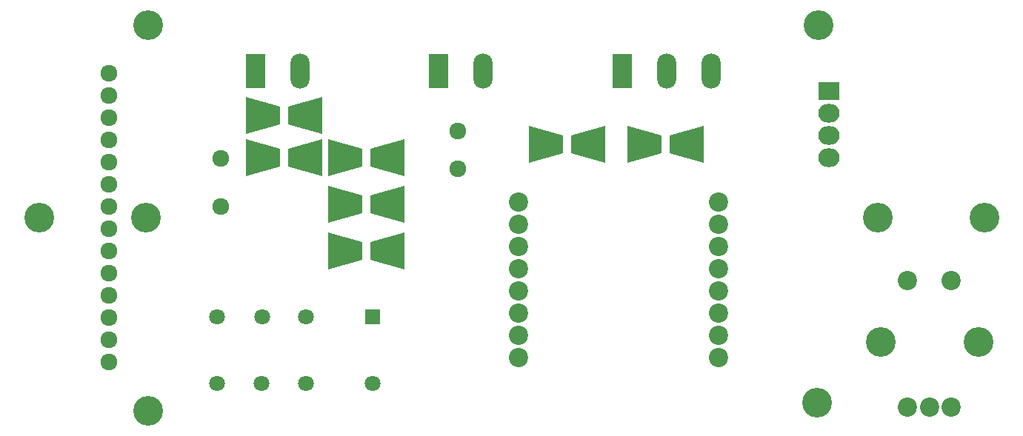
<source format=gbr>
G04 #@! TF.FileFunction,Soldermask,Top*
%FSLAX46Y46*%
G04 Gerber Fmt 4.6, Leading zero omitted, Abs format (unit mm)*
G04 Created by KiCad (PCBNEW 4.0.7) date 06/30/19 20:04:18*
%MOMM*%
%LPD*%
G01*
G04 APERTURE LIST*
%ADD10C,0.100000*%
%ADD11C,3.400000*%
%ADD12R,2.432000X2.127200*%
%ADD13O,2.432000X2.127200*%
%ADD14C,2.200000*%
%ADD15C,1.924000*%
%ADD16R,2.200000X4.000000*%
%ADD17O,2.200000X4.000000*%
%ADD18R,1.800000X1.800000*%
%ADD19C,1.800000*%
G04 APERTURE END LIST*
D10*
D11*
X176022000Y-91567000D03*
X182940000Y-70380000D03*
X176149000Y-48387000D03*
X99568000Y-48387000D03*
X99568000Y-92456000D03*
X87094000Y-70378000D03*
X195094000Y-70378000D03*
D12*
X177340000Y-55900000D03*
D13*
X177340000Y-58440000D03*
X177340000Y-60980000D03*
X177340000Y-63520000D03*
D14*
X141840000Y-68600000D03*
X141840000Y-71140000D03*
X141840000Y-73680000D03*
X141840000Y-76220000D03*
X141840000Y-78760000D03*
X141840000Y-81300000D03*
X141840000Y-83840000D03*
X141840000Y-86380000D03*
X164700000Y-86380000D03*
X164700000Y-83840000D03*
X164700000Y-81300000D03*
X164700000Y-78760000D03*
X164700000Y-76220000D03*
X164700000Y-73680000D03*
X164700000Y-71140000D03*
X164700000Y-68600000D03*
D11*
X99314000Y-70358000D03*
D15*
X107818000Y-63592000D03*
X107818000Y-69132000D03*
X134908000Y-60497000D03*
X134908000Y-64817000D03*
D16*
X132760000Y-53580000D03*
D17*
X137840000Y-53580000D03*
D10*
G36*
X163016060Y-59830550D02*
X163016060Y-64129450D01*
X159115940Y-63029630D01*
X159115940Y-60930370D01*
X163016060Y-59830550D01*
X163016060Y-59830550D01*
G37*
G36*
X154289940Y-64129450D02*
X154289940Y-59830550D01*
X158190060Y-60930370D01*
X158190060Y-63029630D01*
X154289940Y-64129450D01*
X154289940Y-64129450D01*
G37*
G36*
X128823060Y-66684550D02*
X128823060Y-70983450D01*
X124922940Y-69883630D01*
X124922940Y-67784370D01*
X128823060Y-66684550D01*
X128823060Y-66684550D01*
G37*
G36*
X120096940Y-70983450D02*
X120096940Y-66684550D01*
X123997060Y-67784370D01*
X123997060Y-69883630D01*
X120096940Y-70983450D01*
X120096940Y-70983450D01*
G37*
G36*
X151816060Y-59830550D02*
X151816060Y-64129450D01*
X147915940Y-63029630D01*
X147915940Y-60930370D01*
X151816060Y-59830550D01*
X151816060Y-59830550D01*
G37*
G36*
X143089940Y-64129450D02*
X143089940Y-59830550D01*
X146990060Y-60930370D01*
X146990060Y-63029630D01*
X143089940Y-64129450D01*
X143089940Y-64129450D01*
G37*
G36*
X128823060Y-72018550D02*
X128823060Y-76317450D01*
X124922940Y-75217630D01*
X124922940Y-73118370D01*
X128823060Y-72018550D01*
X128823060Y-72018550D01*
G37*
G36*
X120096940Y-76317450D02*
X120096940Y-72018550D01*
X123997060Y-73118370D01*
X123997060Y-75217630D01*
X120096940Y-76317450D01*
X120096940Y-76317450D01*
G37*
G36*
X128823060Y-61350550D02*
X128823060Y-65649450D01*
X124922940Y-64549630D01*
X124922940Y-62450370D01*
X128823060Y-61350550D01*
X128823060Y-61350550D01*
G37*
G36*
X120096940Y-65649450D02*
X120096940Y-61350550D01*
X123997060Y-62450370D01*
X123997060Y-64549630D01*
X120096940Y-65649450D01*
X120096940Y-65649450D01*
G37*
D16*
X153740000Y-53580000D03*
D17*
X158820000Y-53580000D03*
X163900000Y-53580000D03*
D16*
X111840000Y-53580000D03*
D17*
X116920000Y-53580000D03*
D10*
G36*
X119425060Y-61350550D02*
X119425060Y-65649450D01*
X115524940Y-64549630D01*
X115524940Y-62450370D01*
X119425060Y-61350550D01*
X119425060Y-61350550D01*
G37*
G36*
X110698940Y-65649450D02*
X110698940Y-61350550D01*
X114599060Y-62450370D01*
X114599060Y-64549630D01*
X110698940Y-65649450D01*
X110698940Y-65649450D01*
G37*
D18*
X125230000Y-81680000D03*
D19*
X125230000Y-89300000D03*
X112540000Y-81680000D03*
X107450000Y-81680000D03*
X117610000Y-81680000D03*
X112520000Y-89310000D03*
X107440000Y-89310000D03*
X117610000Y-89300000D03*
D14*
X186340000Y-77580000D03*
X186340000Y-92080000D03*
X188840000Y-92080000D03*
X191340000Y-92080000D03*
X191340000Y-77580000D03*
D11*
X194440000Y-84580000D03*
X183240000Y-84580000D03*
D10*
G36*
X119425060Y-56524550D02*
X119425060Y-60823450D01*
X115524940Y-59723630D01*
X115524940Y-57624370D01*
X119425060Y-56524550D01*
X119425060Y-56524550D01*
G37*
G36*
X110698940Y-60823450D02*
X110698940Y-56524550D01*
X114599060Y-57624370D01*
X114599060Y-59723630D01*
X110698940Y-60823450D01*
X110698940Y-60823450D01*
G37*
D15*
X95090000Y-53880000D03*
X95090000Y-56420000D03*
X95090000Y-58960000D03*
X95090000Y-61500000D03*
X95090000Y-64040000D03*
X95090000Y-66580000D03*
X95090000Y-69120000D03*
X95090000Y-71660000D03*
X95090000Y-74200000D03*
X95090000Y-76740000D03*
X95090000Y-79280000D03*
X95090000Y-81820000D03*
X95090000Y-84360000D03*
X95090000Y-86900000D03*
M02*

</source>
